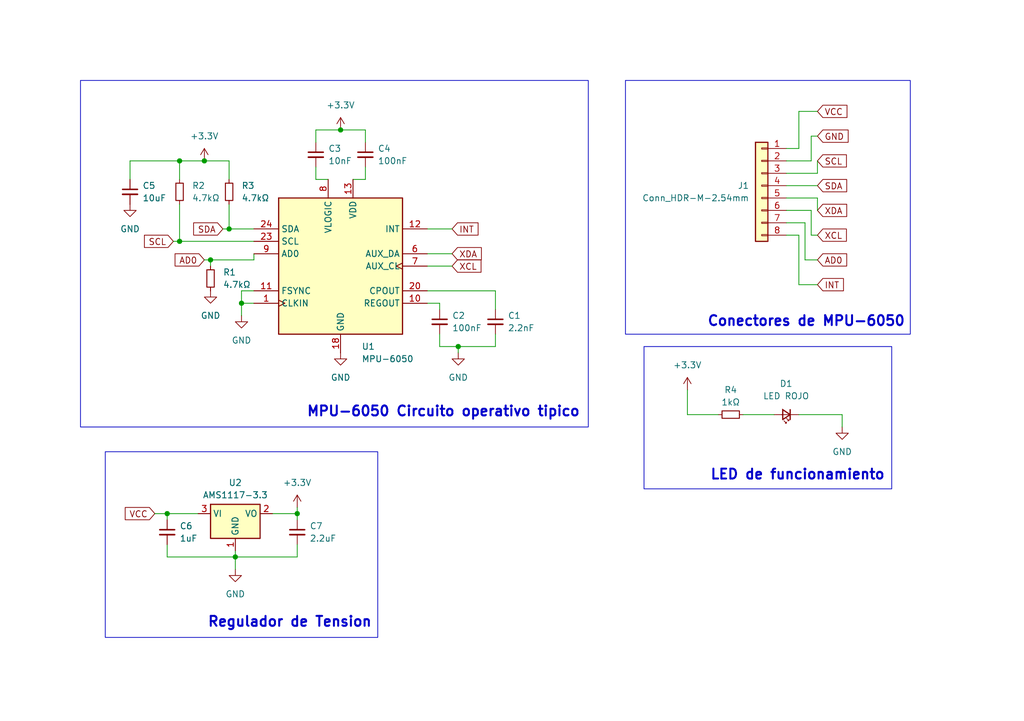
<source format=kicad_sch>
(kicad_sch (version 20250114) (generator "eeschema") (generator_version "9.0")
  (paper "A5")
  (lib_symbols
    (symbol "Connector_Generic:Conn_01x08" (pin_names (offset 1.016) (hide yes))
      (property "Reference" "J" (at 0 10.16 0))
      (property "Value" "Conn_01x08" (at 0 -12.7 0))
      (symbol "Conn_01x08_1_1"
        (rectangle (start -1.27 8.89) (end 1.27 -11.43) (stroke (width 0.254)) (fill (type background)))
        (rectangle (start -1.27 7.747) (end 0 7.493) (stroke (width 0.1524)))
        (rectangle (start -1.27 5.207) (end 0 4.953) (stroke (width 0.1524)))
        (rectangle (start -1.27 2.667) (end 0 2.413) (stroke (width 0.1524)))
        (rectangle (start -1.27 0.127) (end 0 -0.127) (stroke (width 0.1524)))
        (rectangle (start -1.27 -2.413) (end 0 -2.667) (stroke (width 0.1524)))
        (rectangle (start -1.27 -4.953) (end 0 -5.207) (stroke (width 0.1524)))
        (rectangle (start -1.27 -7.493) (end 0 -7.747) (stroke (width 0.1524)))
        (rectangle (start -1.27 -10.033) (end 0 -10.287) (stroke (width 0.1524)))
        (pin passive line (at -5.08 7.62 0) (length 3.81) (name "Pin_1") (number "1"))
        (pin passive line (at -5.08 5.08 0) (length 3.81) (name "Pin_2") (number "2"))
        (pin passive line (at -5.08 2.54 0) (length 3.81) (name "Pin_3") (number "3"))
        (pin passive line (at -5.08 0 0) (length 3.81) (name "Pin_4") (number "4"))
        (pin passive line (at -5.08 -2.54 0) (length 3.81) (name "Pin_5") (number "5"))
        (pin passive line (at -5.08 -5.08 0) (length 3.81) (name "Pin_6") (number "6"))
        (pin passive line (at -5.08 -7.62 0) (length 3.81) (name "Pin_7") (number "7"))
        (pin passive line (at -5.08 -10.16 0) (length 3.81) (name "Pin_8") (number "8"))
      )
    )
    (symbol "Device:C_Small" (pin_numbers (hide yes)) (pin_names (offset 0.254) (hide yes))
      (property "Reference" "C" (at 0.254 1.778 0))
      (property "Value" "C_Small" (at 0.254 -2.032 0))
      (symbol "C_Small_0_1"
        (polyline (pts (xy -1.524 0.508) (xy 1.524 0.508)) (stroke (width 0.3048)))
        (polyline (pts (xy -1.524 -0.508) (xy 1.524 -0.508)) (stroke (width 0.3302)))
      )
      (symbol "C_Small_1_1"
        (pin passive line (at 0 2.54 270) (length 2.032) (name "~") (number "1"))
        (pin passive line (at 0 -2.54 90) (length 2.032) (name "~") (number "2"))
      )
    )
    (symbol "Device:LED_Small" (pin_numbers (hide yes)) (pin_names (offset 0.254) (hide yes))
      (property "Reference" "D" (at -1.27 3.175 0))
      (property "Value" "LED_Small" (at -4.445 -2.54 0))
      (symbol "LED_Small_0_1"
        (polyline (pts (xy -0.762 -1.016) (xy -0.762 1.016)) (stroke (width 0.254)))
        (polyline (pts (xy 0 0.762) (xy -0.508 1.27) (xy -0.254 1.27) (xy -0.508 1.27) (xy -0.508 1.016)))
        (polyline (pts (xy 0.508 1.27) (xy 0 1.778) (xy 0.254 1.778) (xy 0 1.778) (xy 0 1.524)))
        (polyline (pts (xy 0.762 -1.016) (xy -0.762 0) (xy 0.762 1.016) (xy 0.762 -1.016)) (stroke (width 0.254)))
        (polyline (pts (xy 1.016 0) (xy -0.762 0)))
      )
      (symbol "LED_Small_1_1"
        (pin passive line (at -2.54 0 0) (length 1.778) (name "K") (number "1"))
        (pin passive line (at 2.54 0 180) (length 1.778) (name "A") (number "2"))
      )
    )
    (symbol "Device:R_Small" (pin_numbers (hide yes)) (pin_names (offset 0.254) (hide yes))
      (property "Reference" "R" (at 0.762 0.508 0))
      (property "Value" "R_Small" (at 0.762 -1.016 0))
      (symbol "R_Small_0_1"
        (rectangle (start -0.762 1.778) (end 0.762 -1.778) (stroke (width 0.2032)))
      )
      (symbol "R_Small_1_1"
        (pin passive line (at 0 2.54 270) (length 0.762) (name "~") (number "1"))
        (pin passive line (at 0 -2.54 90) (length 0.762) (name "~") (number "2"))
      )
    )
    (symbol "Regulator_Linear:AMS1117-3.3"
      (property "Reference" "U" (at -3.81 3.175 0))
      (property "Value" "AMS1117-3.3" (at 0 3.175 0))
      (symbol "AMS1117-3.3_0_1"
        (rectangle (start -5.08 -5.08) (end 5.08 1.905) (stroke (width 0.254)) (fill (type background)))
      )
      (symbol "AMS1117-3.3_1_1"
        (pin power_in line (at -7.62 0 0) (length 2.54) (name "VI") (number "3"))
        (pin power_in line (at 0 -7.62 90) (length 2.54) (name "GND") (number "1"))
        (pin power_out line (at 7.62 0 180) (length 2.54) (name "VO") (number "2"))
      )
    )
    (symbol "Sensor_Motion:MPU-6050"
      (property "Reference" "U" (at -11.43 13.97 0))
      (property "Value" "MPU-6050" (at 7.62 -15.24 0))
      (symbol "MPU-6050_0_0"
        (text "" (at 12.7 -2.54 0) (effects (font (size 1.27 1.27))))
      )
      (symbol "MPU-6050_0_1"
        (rectangle (start -12.7 13.97) (end 12.7 -13.97) (stroke (width 0.254)) (fill (type background)))
      )
      (symbol "MPU-6050_1_1"
        (pin bidirectional line (at -17.78 7.62 0) (length 5.08) (name "SDA") (number "24"))
        (pin input line (at -17.78 5.08 0) (length 5.08) (name "SCL") (number "23"))
        (pin input line (at -17.78 2.54 0) (length 5.08) (name "AD0") (number "9"))
        (pin input line (at -17.78 -5.08 0) (length 5.08) (name "FSYNC") (number "11"))
        (pin input clock (at -17.78 -7.62 0) (length 5.08) (name "CLKIN") (number "1"))
        (pin no_connect line (at -12.7 12.7 0) (length 2.54) (hide yes) (name "NC") (number "2"))
        (pin no_connect line (at -12.7 10.16 0) (length 2.54) (hide yes) (name "NC") (number "3"))
        (pin no_connect line (at -12.7 0 0) (length 2.54) (hide yes) (name "NC") (number "4"))
        (pin no_connect line (at -12.7 -2.54 0) (length 2.54) (hide yes) (name "NC") (number "5"))
        (pin no_connect line (at -12.7 -10.16 0) (length 2.54) (hide yes) (name "NC") (number "14"))
        (pin power_in line (at -2.54 17.78 270) (length 3.81) (name "VLOGIC") (number "8"))
        (pin power_in line (at 0 -17.78 90) (length 3.81) (name "GND") (number "18"))
        (pin power_in line (at 2.54 17.78 270) (length 3.81) (name "VDD") (number "13"))
        (pin no_connect line (at 12.7 12.7 180) (length 2.54) (hide yes) (name "NC") (number "15"))
        (pin no_connect line (at 12.7 10.16 180) (length 2.54) (hide yes) (name "NC") (number "16"))
        (pin no_connect line (at 12.7 5.08 180) (length 2.54) (hide yes) (name "NC") (number "17"))
        (pin no_connect line (at 12.7 -2.54 180) (length 2.54) (hide yes) (name "RESV") (number "21"))
        (pin no_connect line (at 12.7 -10.16 180) (length 2.54) (hide yes) (name "RESV") (number "19"))
        (pin no_connect line (at 12.7 -12.7 180) (length 2.54) (hide yes) (name "RESV") (number "22"))
        (pin output line (at 17.78 7.62 180) (length 5.08) (name "INT") (number "12"))
        (pin bidirectional line (at 17.78 2.54 180) (length 5.08) (name "AUX_DA") (number "6"))
        (pin output clock (at 17.78 0 180) (length 5.08) (name "AUX_CL") (number "7"))
        (pin passive line (at 17.78 -5.08 180) (length 5.08) (name "CPOUT") (number "20"))
        (pin passive line (at 17.78 -7.62 180) (length 5.08) (name "REGOUT") (number "10"))
      )
    )
    (symbol "power:+3.3V" (power) (pin_numbers (hide yes)) (pin_names (offset 0) (hide yes))
      (property "Value" "+3.3V" (at 0 3.556 0))
      (symbol "+3.3V_0_1"
        (polyline (pts (xy -0.762 1.27) (xy 0 2.54)))
        (polyline (pts (xy 0 2.54) (xy 0.762 1.27)))
        (polyline (pts (xy 0 0) (xy 0 2.54)))
      )
      (symbol "+3.3V_1_1"
        (pin power_in line (at 0 0 90) (length 0) (name "~") (number "1"))
      )
    )
    (symbol "power:GND" (power) (pin_numbers (hide yes)) (pin_names (offset 0) (hide yes))
      (property "Value" "GND" (at 0 -3.81 0))
      (symbol "GND_0_1"
        (polyline (pts (xy 0 0) (xy 0 -1.27) (xy 1.27 -1.27) (xy 0 -2.54) (xy -1.27 -1.27) (xy 0 -1.27)))
      )
      (symbol "GND_1_1"
        (pin power_in line (at 0 0 270) (length 0) (name "~") (number "1"))
      )
    )
  )
  (rectangle (start 132.08 71.12) (end 182.88 100.33))
  (rectangle (start 21.59 92.71) (end 77.47 130.81))
  (rectangle (start 128.27 16.51) (end 186.69 68.58))
  (rectangle (start 16.51 16.51) (end 120.65 87.63))
  (text "Conectores de MPU-6050" (at 165.354 66.04 0) (effects (font (size 2.032 2.032) (thickness 0.4064) (bold yes))))
  (text "LED de funcionamiento" (at 163.576 97.536 0) (effects (font (size 2.032 2.032) (thickness 0.4064) (bold yes))))
  (text "Regulador de Tension" (at 59.436 127.762 0) (effects (font (size 2.032 2.032) (thickness 0.4064) (bold yes))))
  (text "MPU-6050 Circuito operativo tipico" (at 90.932 84.582 0) (effects (font (size 2.032 2.032) (thickness 0.4064) (bold yes))))
  (junction (at 36.83 33.02))
  (junction (at 60.96 105.41))
  (junction (at 93.98 71.12))
  (junction (at 36.83 49.53))
  (junction (at 41.91 33.02))
  (junction (at 69.85 26.67))
  (junction (at 48.26 114.3))
  (junction (at 43.18 53.34))
  (junction (at 46.99 46.99))
  (junction (at 49.53 62.23))
  (junction (at 34.29 105.41))
  (wire (pts (xy 140.97 85.09) (xy 147.32 85.09)))
  (wire (pts (xy 163.83 30.48) (xy 163.83 22.86)))
  (wire (pts (xy 74.93 36.83) (xy 72.39 36.83)))
  (wire (pts (xy 46.99 46.99) (xy 52.07 46.99)))
  (wire (pts (xy 49.53 62.23) (xy 49.53 59.69)))
  (wire (pts (xy 34.29 105.41) (xy 40.64 105.41)))
  (wire (pts (xy 87.63 54.61) (xy 92.71 54.61)))
  (wire (pts (xy 93.98 71.12) (xy 93.98 72.39)))
  (wire (pts (xy 36.83 36.83) (xy 36.83 33.02)))
  (wire (pts (xy 69.85 26.67) (xy 64.77 26.67)))
  (wire (pts (xy 87.63 52.07) (xy 92.71 52.07)))
  (wire (pts (xy 165.1 53.34) (xy 165.1 45.72)))
  (wire (pts (xy 31.75 105.41) (xy 34.29 105.41)))
  (wire (pts (xy 36.83 33.02) (xy 41.91 33.02)))
  (wire (pts (xy 101.6 71.12) (xy 93.98 71.12)))
  (wire (pts (xy 26.67 36.83) (xy 26.67 33.02)))
  (wire (pts (xy 167.64 53.34) (xy 165.1 53.34)))
  (wire (pts (xy 74.93 34.29) (xy 74.93 36.83)))
  (wire (pts (xy 74.93 26.67) (xy 69.85 26.67)))
  (wire (pts (xy 34.29 105.41) (xy 34.29 106.68)))
  (wire (pts (xy 52.07 52.07) (xy 52.07 53.34)))
  (wire (pts (xy 90.17 68.58) (xy 90.17 71.12)))
  (wire (pts (xy 166.37 33.02) (xy 166.37 27.94)))
  (wire (pts (xy 49.53 64.77) (xy 49.53 62.23)))
  (wire (pts (xy 35.56 49.53) (xy 36.83 49.53)))
  (wire (pts (xy 101.6 63.5) (xy 101.6 59.69)))
  (wire (pts (xy 172.72 85.09) (xy 172.72 87.63)))
  (wire (pts (xy 161.29 30.48) (xy 163.83 30.48)))
  (wire (pts (xy 87.63 46.99) (xy 92.71 46.99)))
  (wire (pts (xy 48.26 114.3) (xy 48.26 116.84)))
  (wire (pts (xy 64.77 36.83) (xy 67.31 36.83)))
  (wire (pts (xy 48.26 114.3) (xy 48.26 113.03)))
  (wire (pts (xy 49.53 62.23) (xy 52.07 62.23)))
  (wire (pts (xy 46.99 36.83) (xy 46.99 33.02)))
  (wire (pts (xy 60.96 114.3) (xy 48.26 114.3)))
  (wire (pts (xy 161.29 35.56) (xy 167.64 35.56)))
  (wire (pts (xy 101.6 68.58) (xy 101.6 71.12)))
  (wire (pts (xy 161.29 45.72) (xy 165.1 45.72)))
  (wire (pts (xy 140.97 80.01) (xy 140.97 85.09)))
  (wire (pts (xy 64.77 26.67) (xy 64.77 29.21)))
  (wire (pts (xy 161.29 38.1) (xy 167.64 38.1)))
  (wire (pts (xy 167.64 48.26) (xy 166.37 48.26)))
  (wire (pts (xy 166.37 27.94) (xy 167.64 27.94)))
  (wire (pts (xy 167.64 35.56) (xy 167.64 33.02)))
  (wire (pts (xy 52.07 49.53) (xy 36.83 49.53)))
  (wire (pts (xy 167.64 43.18) (xy 167.64 40.64)))
  (wire (pts (xy 166.37 48.26) (xy 166.37 43.18)))
  (wire (pts (xy 163.83 58.42) (xy 163.83 48.26)))
  (wire (pts (xy 43.18 54.61) (xy 43.18 53.34)))
  (wire (pts (xy 90.17 62.23) (xy 90.17 63.5)))
  (wire (pts (xy 41.91 53.34) (xy 43.18 53.34)))
  (wire (pts (xy 49.53 59.69) (xy 52.07 59.69)))
  (wire (pts (xy 60.96 105.41) (xy 60.96 106.68)))
  (wire (pts (xy 87.63 62.23) (xy 90.17 62.23)))
  (wire (pts (xy 163.83 22.86) (xy 167.64 22.86)))
  (wire (pts (xy 34.29 114.3) (xy 48.26 114.3)))
  (wire (pts (xy 64.77 34.29) (xy 64.77 36.83)))
  (wire (pts (xy 46.99 41.91) (xy 46.99 46.99)))
  (wire (pts (xy 34.29 111.76) (xy 34.29 114.3)))
  (wire (pts (xy 161.29 33.02) (xy 166.37 33.02)))
  (wire (pts (xy 161.29 43.18) (xy 166.37 43.18)))
  (wire (pts (xy 46.99 33.02) (xy 41.91 33.02)))
  (wire (pts (xy 52.07 53.34) (xy 43.18 53.34)))
  (wire (pts (xy 26.67 33.02) (xy 36.83 33.02)))
  (wire (pts (xy 90.17 71.12) (xy 93.98 71.12)))
  (wire (pts (xy 152.4 85.09) (xy 158.75 85.09)))
  (wire (pts (xy 45.72 46.99) (xy 46.99 46.99)))
  (wire (pts (xy 167.64 58.42) (xy 163.83 58.42)))
  (wire (pts (xy 74.93 29.21) (xy 74.93 26.67)))
  (wire (pts (xy 167.64 40.64) (xy 161.29 40.64)))
  (wire (pts (xy 55.88 105.41) (xy 60.96 105.41)))
  (wire (pts (xy 101.6 59.69) (xy 87.63 59.69)))
  (wire (pts (xy 163.83 85.09) (xy 172.72 85.09)))
  (wire (pts (xy 60.96 111.76) (xy 60.96 114.3)))
  (wire (pts (xy 60.96 104.14) (xy 60.96 105.41)))
  (wire (pts (xy 163.83 48.26) (xy 161.29 48.26)))
  (wire (pts (xy 36.83 49.53) (xy 36.83 41.91)))
  (global_label "SCL" (shape input) (at 167.64 33.02 0) (property "Intersheetrefs" "${INTERSHEET_REFS}" (effects (hide yes))))
  (global_label "XCL" (shape input) (at 92.71 54.61 0) (property "Intersheetrefs" "${INTERSHEET_REFS}" (effects (hide yes))))
  (global_label "AD0" (shape input) (at 167.64 53.34 0) (property "Intersheetrefs" "${INTERSHEET_REFS}" (effects (hide yes))))
  (global_label "AD0" (shape input) (at 41.91 53.34 180) (property "Intersheetrefs" "${INTERSHEET_REFS}" (effects (hide yes))))
  (global_label "GND" (shape input) (at 167.64 27.94 0) (property "Intersheetrefs" "${INTERSHEET_REFS}" (effects (hide yes))))
  (global_label "SDA" (shape input) (at 167.64 38.1 0) (property "Intersheetrefs" "${INTERSHEET_REFS}" (effects (hide yes))))
  (global_label "INT" (shape input) (at 167.64 58.42 0) (property "Intersheetrefs" "${INTERSHEET_REFS}" (effects (hide yes))))
  (global_label "XCL" (shape input) (at 167.64 48.26 0) (property "Intersheetrefs" "${INTERSHEET_REFS}" (effects (hide yes))))
  (global_label "SCL" (shape input) (at 35.56 49.53 180) (property "Intersheetrefs" "${INTERSHEET_REFS}" (effects (hide yes))))
  (global_label "XDA" (shape input) (at 92.71 52.07 0) (property "Intersheetrefs" "${INTERSHEET_REFS}" (effects (hide yes))))
  (global_label "SDA" (shape input) (at 45.72 46.99 180) (property "Intersheetrefs" "${INTERSHEET_REFS}" (effects (hide yes))))
  (global_label "XDA" (shape input) (at 167.64 43.18 0) (property "Intersheetrefs" "${INTERSHEET_REFS}" (effects (hide yes))))
  (global_label "VCC" (shape input) (at 31.75 105.41 180) (property "Intersheetrefs" "${INTERSHEET_REFS}" (effects (hide yes))))
  (global_label "INT" (shape input) (at 92.71 46.99 0) (property "Intersheetrefs" "${INTERSHEET_REFS}" (effects (hide yes))))
  (global_label "VCC" (shape input) (at 167.64 22.86 0) (property "Intersheetrefs" "${INTERSHEET_REFS}" (effects (hide yes))))
  (symbol (lib_id "power:+3.3V") (at 41.91 33.02 0) (unit 1)
    (property "Reference" "#PWR05" (effects (hide yes)))
    (property "Value" "+3.3V" (at 41.91 27.94 0))
    (property "Description" "Power symbol creates a global label with name \"+3.3V\"" (effects (hide yes)))
  )
  (symbol (lib_id "Device:R_Small") (at 43.18 57.15 0) (unit 1)
    (property "Reference" "R1" (at 45.72 55.8799 0) (effects (justify left)))
    (property "Value" "4.7kΩ" (at 45.72 58.4199 0) (effects (justify left)))
    (property "Footprint" "Resistor_SMD:R_0402_1005Metric" (effects (hide yes)))
    (property "Description" "Resistor, small symbol" (effects (hide yes)))
  )
  (symbol (lib_id "power:GND") (at 69.85 72.39 0) (unit 1)
    (property "Reference" "#PWR06" (effects (hide yes)))
    (property "Value" "GND" (at 69.85 77.47 0))
    (property "Description" "Power symbol creates a global label with name \"GND\" , ground" (effects (hide yes)))
  )
  (symbol (lib_id "Device:R_Small") (at 149.86 85.09 90) (unit 1)
    (property "Reference" "R4" (at 149.86 80.01 90))
    (property "Value" "1kΩ" (at 149.86 82.55 90))
    (property "Footprint" "Resistor_SMD:R_0603_1608Metric" (effects (hide yes)))
    (property "Description" "Resistor, small symbol" (effects (hide yes)))
  )
  (symbol (lib_id "power:GND") (at 49.53 64.77 0) (unit 1)
    (property "Reference" "#PWR02" (effects (hide yes)))
    (property "Value" "GND" (at 49.53 69.85 0))
    (property "Description" "Power symbol creates a global label with name \"GND\" , ground" (effects (hide yes)))
  )
  (symbol (lib_id "Device:LED_Small") (at 161.29 85.09 180) (unit 1)
    (property "Reference" "D1" (at 161.2265 78.74 0))
    (property "Value" "LED ROJO" (at 161.2265 81.28 0))
    (property "Footprint" "LED_SMD:LED_0603_1608Metric" (effects (hide yes)))
    (property "Description" "Light emitting diode, small symbol" (effects (hide yes)))
    (property "Sim.Pin" "1=K 2=A" (effects (hide yes)))
  )
  (symbol (lib_id "Device:C_Small") (at 101.6 66.04 0) (unit 1)
    (property "Reference" "C1" (at 104.14 64.7762 0) (effects (justify left)))
    (property "Value" "2.2nF" (at 104.14 67.3162 0) (effects (justify left)))
    (property "Footprint" "Capacitor_SMD:C_0402_1005Metric" (effects (hide yes)))
    (property "Description" "Unpolarized capacitor, small symbol" (effects (hide yes)))
  )
  (symbol (lib_id "power:GND") (at 48.26 116.84 0) (unit 1)
    (property "Reference" "#PWR09" (effects (hide yes)))
    (property "Value" "GND" (at 48.26 121.92 0))
    (property "Description" "Power symbol creates a global label with name \"GND\" , ground" (effects (hide yes)))
  )
  (symbol (lib_id "Device:R_Small") (at 46.99 39.37 0) (unit 1)
    (property "Reference" "R3" (at 49.53 38.0999 0) (effects (justify left)))
    (property "Value" "4.7kΩ" (at 49.53 40.6399 0) (effects (justify left)))
    (property "Footprint" "Resistor_SMD:R_0402_1005Metric" (effects (hide yes)))
    (property "Description" "Resistor, small symbol" (effects (hide yes)))
  )
  (symbol (lib_id "power:GND") (at 93.98 72.39 0) (unit 1)
    (property "Reference" "#PWR03" (effects (hide yes)))
    (property "Value" "GND" (at 93.98 77.47 0))
    (property "Description" "Power symbol creates a global label with name \"GND\" , ground" (effects (hide yes)))
  )
  (symbol (lib_id "power:GND") (at 26.67 41.91 0) (unit 1)
    (property "Reference" "#PWR07" (effects (hide yes)))
    (property "Value" "GND" (at 26.67 46.99 0))
    (property "Description" "Power symbol creates a global label with name \"GND\" , ground" (effects (hide yes)))
  )
  (symbol (lib_id "Sensor_Motion:MPU-6050") (at 69.85 54.61 0) (unit 1)
    (property "Reference" "U1" (at 74.168 71.12 0) (effects (justify left)))
    (property "Value" "MPU-6050" (at 74.168 73.66 0) (effects (justify left)))
    (property "Footprint" "MPU-6050:QFN50P400X400X95-24N" (effects (hide yes)))
    (property "Datasheet" "https://invensense.tdk.com/wp-content/uploads/2015/02/MPU-6000-Datasheet1.pdf" (effects (hide yes)))
    (property "Description" "InvenSense 6-Axis Motion Sensor, Gyroscope, Accelerometer, I2C" (effects (hide yes)))
  )
  (symbol (lib_id "power:GND") (at 172.72 87.63 0) (unit 1)
    (property "Reference" "#PWR012" (effects (hide yes)))
    (property "Value" "GND" (at 172.72 92.71 0))
    (property "Description" "Power symbol creates a global label with name \"GND\" , ground" (effects (hide yes)))
  )
  (symbol (lib_id "power:+3.3V") (at 69.85 26.67 0) (unit 1)
    (property "Reference" "#PWR01" (effects (hide yes)))
    (property "Value" "+3.3V" (at 69.85 21.59 0))
    (property "Description" "Power symbol creates a global label with name \"+3.3V\"" (effects (hide yes)))
  )
  (symbol (lib_id "power:+3.3V") (at 60.96 104.14 0) (unit 1)
    (property "Reference" "#PWR010" (effects (hide yes)))
    (property "Value" "+3.3V" (at 60.96 99.06 0))
    (property "Description" "Power symbol creates a global label with name \"+3.3V\"" (effects (hide yes)))
  )
  (symbol (lib_id "Connector_Generic:Conn_01x08") (at 156.21 38.1 0) (mirror y) (unit 1)
    (property "Reference" "J1" (at 153.67 38.0999 0) (effects (justify left)))
    (property "Value" "Conn_HDR-M-2.54mm" (at 153.67 40.6399 0) (effects (justify left)))
    (property "Footprint" "Connector_PinHeader_2.54mm:PinHeader_1x08_P2.54mm_Vertical" (effects (hide yes)))
    (property "Description" "Generic connector, single row, 01x08, script generated (kicad-library-utils/schlib/autogen/connector/)" (effects (hide yes)))
  )
  (symbol (lib_id "Device:C_Small") (at 90.17 66.04 0) (unit 1)
    (property "Reference" "C2" (at 92.71 64.7762 0) (effects (justify left)))
    (property "Value" "100nF" (at 92.71 67.3162 0) (effects (justify left)))
    (property "Footprint" "Capacitor_SMD:C_0402_1005Metric" (effects (hide yes)))
    (property "Description" "Unpolarized capacitor, small symbol" (effects (hide yes)))
  )
  (symbol (lib_id "Device:C_Small") (at 34.29 109.22 0) (unit 1)
    (property "Reference" "C6" (at 36.83 107.9562 0) (effects (justify left)))
    (property "Value" "1uF" (at 36.83 110.4962 0) (effects (justify left)))
    (property "Footprint" "Capacitor_SMD:C_0603_1608Metric" (effects (hide yes)))
    (property "Description" "Unpolarized capacitor, small symbol" (effects (hide yes)))
  )
  (symbol (lib_id "Regulator_Linear:AMS1117-3.3") (at 48.26 105.41 0) (unit 1)
    (property "Reference" "U2" (at 48.26 99.06 0))
    (property "Value" "AMS1117-3.3" (at 48.26 101.6 0))
    (property "Footprint" "Package_TO_SOT_SMD:SOT-23-3" (effects (hide yes)))
    (property "Datasheet" "http://www.advanced-monolithic.com/pdf/ds1117.pdf" (effects (hide yes)))
    (property "Description" "1A Low Dropout regulator, positive, 3.3V fixed output, SOT-223" (effects (hide yes)))
  )
  (symbol (lib_id "Device:C_Small") (at 60.96 109.22 0) (unit 1)
    (property "Reference" "C7" (at 63.5 107.9562 0) (effects (justify left)))
    (property "Value" "2.2uF" (at 63.5 110.4962 0) (effects (justify left)))
    (property "Footprint" "Capacitor_SMD:C_0603_1608Metric" (effects (hide yes)))
    (property "Description" "Unpolarized capacitor, small symbol" (effects (hide yes)))
  )
  (symbol (lib_id "power:+3.3V") (at 140.97 80.01 0) (unit 1)
    (property "Reference" "#PWR011" (effects (hide yes)))
    (property "Value" "+3.3V" (at 140.97 74.93 0))
    (property "Description" "Power symbol creates a global label with name \"+3.3V\"" (effects (hide yes)))
  )
  (symbol (lib_id "Device:R_Small") (at 36.83 39.37 0) (unit 1)
    (property "Reference" "R2" (at 39.37 38.0999 0) (effects (justify left)))
    (property "Value" "4.7kΩ" (at 39.37 40.6399 0) (effects (justify left)))
    (property "Footprint" "Resistor_SMD:R_0402_1005Metric" (effects (hide yes)))
    (property "Description" "Resistor, small symbol" (effects (hide yes)))
  )
  (symbol (lib_id "Device:C_Small") (at 64.77 31.75 0) (unit 1)
    (property "Reference" "C3" (at 67.31 30.4862 0) (effects (justify left)))
    (property "Value" "10nF" (at 67.31 33.0262 0) (effects (justify left)))
    (property "Footprint" "Capacitor_SMD:C_0402_1005Metric" (effects (hide yes)))
    (property "Description" "Unpolarized capacitor, small symbol" (effects (hide yes)))
  )
  (symbol (lib_id "Device:C_Small") (at 26.67 39.37 0) (unit 1)
    (property "Reference" "C5" (at 29.21 38.1062 0) (effects (justify left)))
    (property "Value" "10uF" (at 29.21 40.6462 0) (effects (justify left)))
    (property "Footprint" "Capacitor_SMD:C_0805_2012Metric" (effects (hide yes)))
    (property "Description" "Unpolarized capacitor, small symbol" (effects (hide yes)))
  )
  (symbol (lib_id "power:GND") (at 43.18 59.69 0) (unit 1)
    (property "Reference" "#PWR04" (effects (hide yes)))
    (property "Value" "GND" (at 43.18 64.77 0))
    (property "Description" "Power symbol creates a global label with name \"GND\" , ground" (effects (hide yes)))
  )
  (symbol (lib_id "Device:C_Small") (at 74.93 31.75 0) (unit 1)
    (property "Reference" "C4" (at 77.47 30.4862 0) (effects (justify left)))
    (property "Value" "100nF" (at 77.47 33.0262 0) (effects (justify left)))
    (property "Footprint" "Capacitor_SMD:C_0402_1005Metric" (effects (hide yes)))
    (property "Description" "Unpolarized capacitor, small symbol" (effects (hide yes)))
  )
)
</source>
